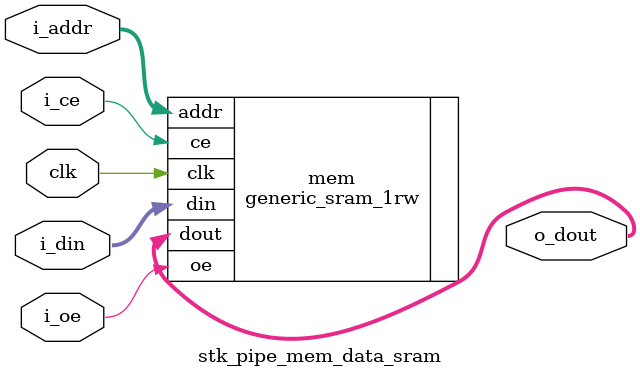
<source format=sv>

module stk_pipe_mem_data_sram (
// -------------------------------------------------------------------------- //
//
  input wire logic [9:0]                             i_addr
, input wire logic [127:0]                           i_din
, input wire logic                                   i_ce
, input wire logic                                   i_oe
//
, output wire logic [127:0]                          o_dout

// -------------------------------------------------------------------------- //
//
, input wire logic                                   clk
);

// -------------------------------------------------------------------------- //
//
generic_sram_1rw #(.W(128), .N(1024)) mem (
//
  .addr                       (i_addr)
, .din                        (i_din)
, .ce                         (i_ce)
, .oe                         (i_oe)
, .dout                       (o_dout)
//
, .clk                        (clk)
);

endmodule : stk_pipe_mem_data_sram

</source>
